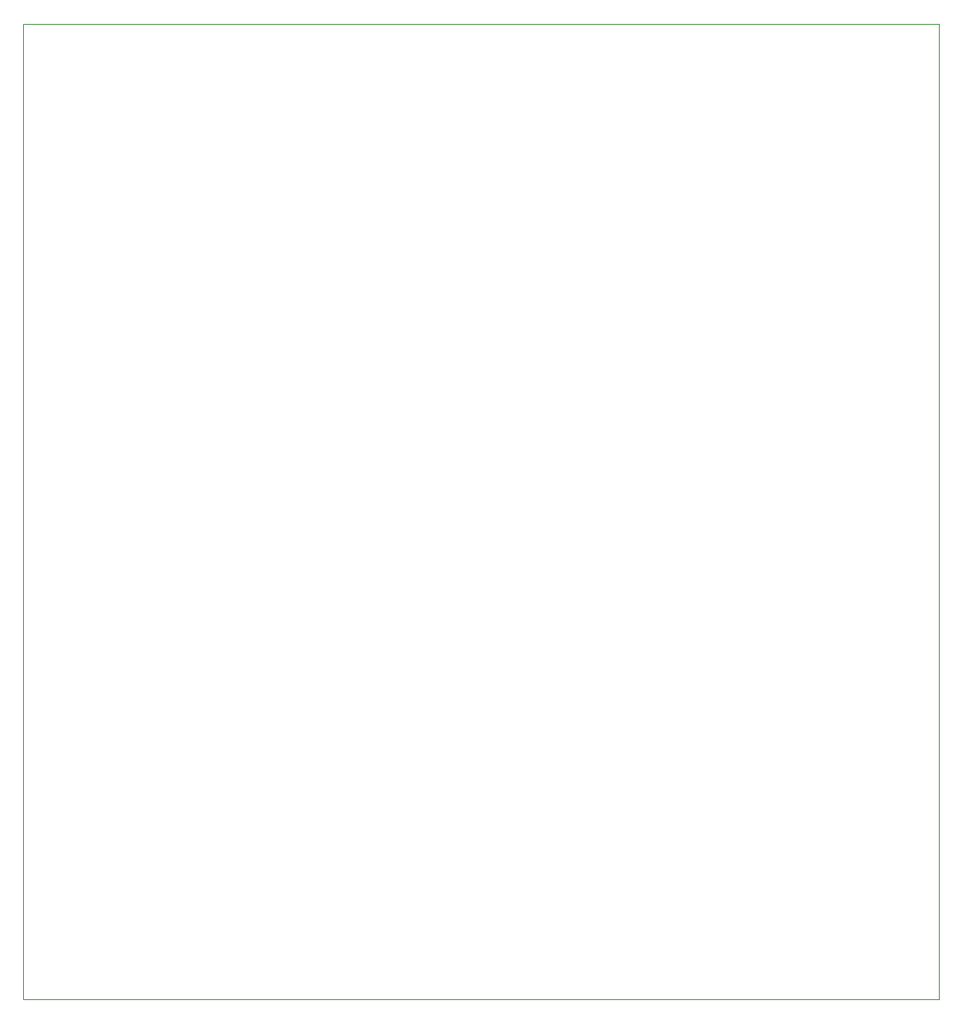
<source format=gbr>
%TF.GenerationSoftware,Altium Limited,Altium Designer,23.5.1 (21)*%
G04 Layer_Color=0*
%FSLAX45Y45*%
%MOMM*%
%TF.SameCoordinates,33354463-9AA4-47E1-AEF5-84200F0A8FA4*%
%TF.FilePolarity,Positive*%
%TF.FileFunction,Profile,NP*%
%TF.Part,Single*%
G01*
G75*
%TA.AperFunction,Profile*%
%ADD82C,0.02540*%
D82*
X0Y0D02*
X-1Y10000000D01*
X9400000D01*
X9400001Y0D01*
X0D01*
%TF.MD5,6e790d6c70217942e1f92ab9dbcda773*%
M02*

</source>
